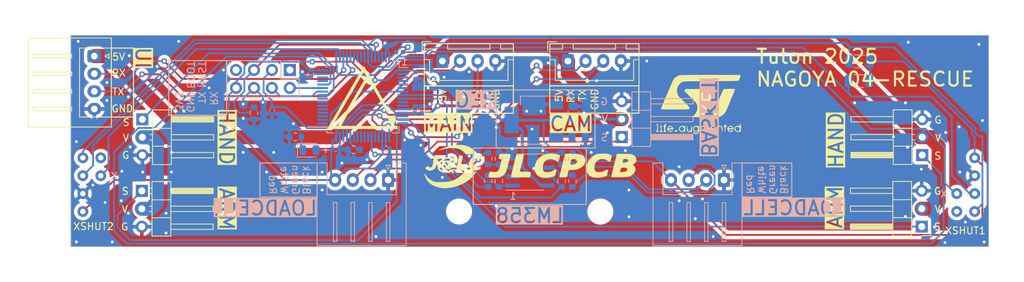
<source format=kicad_pcb>
(kicad_pcb (version 20221018) (generator pcbnew)
  (layers (0 "F.Cu" signal) (31 "B.Cu" signal) (34 "B.Paste" user) (35 "F.Paste" user) (36 "B.SilkS" user "B.Silkscreen") (37 "F.SilkS" user "F.Silkscreen") (38 "B.Mask" user) (39 "F.Mask" user) (44 "Edge.Cuts" user))
  (net 0 "")
  (net 1 "+5V")
  (net 2 "GND")
  (net 3 "+3V3")
  (net 4 "NRST")
  (net 5 "WS2812B")
  (net 6 "UART4_TX")
  (net 7 "UART4_RX")
  (net 8 "UART2_RX")
  (net 9 "UART2_TX")
  (net 10 "Net-(J3-Pin_2)")
  (net 11 "Net-(J3-Pin_3)")
  (net 13 "UART1_RX")
  (net 14 "UART1_TX")
  (net 15 "BOOT0")
  (net 17 "Net-(J5-Pin_2)")
  (net 18 "Net-(J5-Pin_3)")
  (net 19 "UART3_RX")
  (net 20 "UART3_TX")
  (net 21 "ServoBasket")
  (net 22 "ServoArmLeft")
  (net 23 "ServoArmRight")
  (net 24 "ServoHandLeft")
  (net 25 "ServoHandRight")
  (net 26 "Net-(U1B-+)")
  (net 27 "Net-(U1B--)")
  (net 28 "Net-(U1A-+)")
  (net 29 "Net-(U4-PB2)")
  (net 30 "Net-(U1A--)")
  (net 31 "LOADCEL_R")
  (net 32 "LOADCEL_L")
  (net 33 "SCL")
  (net 34 "SDA")
  (net 35 "XSHUT1")
  (net 37 "XSHUT2")
  (net 69 "Net-(D1-K)")
  (footprint "Connector_PinHeader_2.54mm:PinHeader_1x03_P2.54mm_Horizontal" (layer "F.Cu") (at 155.505 97.14 180)
    (fp_text reference "M4" hide)
    (fp_text value "ServoArmRight" hide)
  )
  (footprint "Connector_JST:JST_XH_B4B-XH-A_1x04_P2.50mm_Vertical" (layer "F.Cu") (at 87.63 73.66)
    (fp_text reference "J2" hide)
    (fp_text value "MAIN" hide)
  )
  (footprint "Connector_JST:JST_XH_B4B-XH-A_1x04_P2.50mm_Vertical" (layer "F.Cu") (at 105.41 73.66)
    (fp_text reference "J6" hide)
    (fp_text value "OpenMV" hide)
  )
  (footprint "logo:st_logo_middle" (layer "F.Cu") (at 123.9 79.8)
    (fp_text reference "G***" hide)
    (fp_text value "LOGO" hide)
  )
  (footprint "Connector_PinHeader_2.54mm:PinHeader_1x03_P2.54mm_Horizontal" (layer "F.Cu") (at 45.155 81.93)
    (fp_text reference "M5" hide)
    (fp_text value "ServoHandLeft" hide)
  )
  (footprint "logo:jlcpcb_logo_big" (layer "F.Cu") (at 100.1 88.6)
    (fp_text reference "G***" hide)
    (fp_text value "LOGO" hide)
  )
  (footprint "Connector_PinHeader_2.54mm:PinHeader_1x03_P2.54mm_Horizontal" (layer "F.Cu") (at 45.085 92.075)
    (fp_text reference "M3" hide)
    (fp_text value "ServoArmLeft" hide)
  )
  (footprint "Connector_JST:JST_XH_S4B-XH-A_1x04_P2.50mm_Horizontal" (layer "F.Cu") (at 38.354 72.958 -90)
    (fp_text reference "J1" hide)
    (fp_text value "UI")
  )
  (footprint "Connector_PinHeader_2.54mm:PinHeader_1x03_P2.54mm_Horizontal" (layer "F.Cu") (at 155.575 86.995 180)
    (fp_text reference "M6" hide)
    (fp_text value "ServoHandRight" hide)
  )
  (footprint "logo:tuton_logo" (layer "F.Cu") (at 76.3 78.8)
    (fp_text reference "G***" hide)
    (fp_text value "LOGO" hide)
  )
  (footprint "Capacitor_SMD:C_0805_2012Metric" (layer "B.Cu") (at 106.172 81.026 90)
    (fp_text reference "C2" hide)
    (fp_text value "22u" hide)
  )
  (footprint "Connector_JST:JST_XH_S4B-XH-A_1x04_P2.50mm_Horizontal" (layer "B.Cu") (at 79.95 90.53 180)
    (fp_text reference "J5" hide)
    (fp_text value "LOADCELL_L" hide)
  )
  (footprint "Resistor_SMD:R_0603_1608Metric" (layer "B.Cu") (at 104.521 90.678 90)
    (fp_text reference "R8" hide)
    (fp_text value "1M" hide)
  )
  (footprint "Package_QFP:LQFP-64_10x10mm_P0.5mm" (layer "B.Cu") (at 76.367 78.74 180)
    (fp_text reference "U4" hide)
    (fp_text value "STM32F103RCTx" hide)
  )
  (footprint "Resistor_SMD:R_0603_1608Metric" (layer "B.Cu") (at 94.107 87.503 -90)
    (fp_text reference "R3" hide)
    (fp_text value "330" hide)
  )
  (footprint "Capacitor_SMD:C_0402_1005Metric" (layer "B.Cu") (at 84.749 80.546 -90)
    (fp_text reference "C13" hide)
    (fp_text value "4.7u" hide)
  )
  (footprint "Capacitor_SMD:C_0402_1005Metric" (layer "B.Cu") (at 81.562 72.39 180)
    (fp_text reference "C11" hide)
    (fp_text value "100n" hide)
  )
  (footprint "Resistor_SMD:R_1206_3216Metric" (layer "B.Cu") (at 146.7 73.7 180)
    (fp_text reference "R12" hide)
    (fp_text value "10k" hide)
  )
  (footprint "Capacitor_SMD:C_0402_1005Metric" (layer "B.Cu") (at 83.82 75.72 90)
    (fp_text reference "C14" hide)
    (fp_text value "100n" hide)
  )
  (footprint "Resistor_SMD:R_0603_1608Metric" (layer "B.Cu") (at 75.097 86.233)
    (fp_text reference "R5" hide)
    (fp_text value "10k" hide)
  )
  (footprint "tuton:vl53l0x_vertical" (layer "B.Cu") (at 163 92.46 -90)
    (fp_text reference "U2" hide)
    (fp_text value "~")
  )
  (footprint "Resistor_SMD:R_0603_1608Metric" (layer "B.Cu") (at 106.045 87.503 -90)
    (fp_text reference "R1" hide)
    (fp_text value "330" hide)
  )
  (footprint "Resistor_SMD:R_0603_1608Metric" (layer "B.Cu") (at 66.825 84.4)
    (fp_text reference "R11" hide)
    (fp_text value "470" hide)
  )
  (footprint "Connector_JST:JST_XH_S4B-XH-A_1x04_P2.50mm_Horizontal" (layer "B.Cu") (at 127.5 90.53 180)
    (fp_text reference "J3" hide)
    (fp_text value "LOADCELL_R" hide)
  )
  (footprint "MountingHole:MountingHole_3.2mm_M3" (layer "B.Cu") (at 90 95 180)
    (fp_text reference "REF**" hide)
    (fp_text value "MountingHole_3.2mm_M3" hide)
  )
  (footprint "Resistor_SMD:R_0603_1608Metric" (layer "B.Cu") (at 94.107 90.678 -90)
    (fp_text reference "R6" hide)
    (fp_text value "330" hide)
  )
  (footprint "Connector_PinHeader_2.54mm:PinHeader_1x03_P2.54mm_Horizontal" (layer "B.Cu") (at 113.03 84.44)
    (fp_text reference "M1" hide)
    (fp_text value "ServoBasketLeft" hide)
  )
  (footprint "Capacitor_SMD:C_0402_1005Metric" (layer "B.Cu") (at 83.733 80.546 -90)
    (fp_text reference "C12" hide)
    (fp_text value "100n" hide)
  )
  (footprint "Capacitor_SMD:C_0402_1005Metric" (layer "B.Cu") (at 63.5 80.645 90)
    (fp_text reference "C15" hide)
    (fp_text value "100n" hide)
  )
  (footprint "Capacitor_SMD:C_0402_1005Metric" (layer "B.Cu") (at 72.557 86.106 180)
    (fp_text reference "C9" hide)
    (fp_text value "100n" hide)
  )
  (footprint "Resistor_SMD:R_0603_1608Metric" (layer "B.Cu") (at 106.045 90.678 -90)
    (fp_text reference "R2" hide)
    (fp_text value "330" hide)
  )
  (footprint "Capacitor_SMD:C_0402_1005Metric" (layer "B.Cu") (at 69.001 75.438 90)
    (fp_text reference "C10" hide)
    (fp_text value "100n" hide)
  )
  (footprint "Resistor_SMD:R_1206_3216Metric" (layer "B.Cu") (at 146.6 76.5)
    (fp_text reference "R13" hide)
    (fp_text value "10k" hide)
  )
  (footprint "tuton:vl53l0x_vertical" (layer "B.Cu") (at 36.73 89.92 90)
    (fp_text reference "U3" hide)
    (fp_text value "~")
  )
  (footprint "Resistor_SMD:R_0603_1608Metric" (layer "B.Cu") (at 95.631 90.678 90)
    (fp_text reference "R10" hide)
    (fp_text value "1M" hide)
  )
  (footprint "LED_SMD:LED_0805_2012Metric" (layer "B.Cu") (at 68.8 86.3)
    (fp_text reference "D1" hide)
    (fp_text value "LED_GREEN" hide)
  )
  (footprint "Resistor_SMD:R_0603_1608Metric" (layer "B.Cu") (at 95.631 87.503 90)
    (fp_text reference "R9" hide)
    (fp_text value "1M" hide)
  )
  (footprint "Package_TO_SOT_SMD:SOT-223-3_TabPin2" (layer "B.Cu") (at 100.584 82.042 180)
    (fp_text reference "U5" hide)
    (fp_text value "AMS1117-3.3" hide)
  )
  (footprint "Package_SO:SOIC-8_3.9x4.9mm_P1.27mm" (layer "B.Cu") (at 100.076 89.408)
    (fp_text reference "U1" hide)
    (fp_text value "LM358" hide)
  )
  (footprint "Connector_PinSocket_2.54mm:PinSocket_2x04_P2.54mm_Vertical" (layer "B.Cu") (at 66.04 74.93 90)
    (fp_text reference "J4" hide)
    (fp_text value "WRITER CONN" hide)
  )
  (footprint "Capacitor_SMD:C_0805_2012Metric" (layer "B.Cu") (at 106.934 84.328)
    (fp_text reference "C1" hide)
    (fp_text value "22u" hide)
  )
  (footprint "Resistor_SMD:R_0603_1608Metric" (layer "B.Cu") (at 60.96 81.054 -90)
    (fp_text reference "R4" hide)
    (fp_text value "10k" hide)
  )
  (footprint "Resistor_SMD:R_0603_1608Metric" (layer "B.Cu") (at 104.521 87.503 90)
    (fp_text reference "R7" hide)
    (fp_text value "1M" hide)
  )
  (footprint "MountingHole:MountingHole_3.2mm_M3" (layer "B.Cu") (at 110 95 180)
    (fp_text reference "REF**" hide)
    (fp_text value "MountingHole_3.2mm_M3" hide)
  )
  (footprint "Capacitor_SMD:C_0402_1005Metric" (layer "B.Cu") (at 79.669 86.106 180)
    (fp_text reference "C8" hide)
    (fp_text value "100n" hide)
  )
  (gr_rect (start 92 86) (end 108 94) (stroke (width 0.15)) (fill none) (layer "B.SilkS"))
  (gr_rect (start 48.9 73.6) (end 57.09 81.35) (stroke (width 0.15)) (fill none) (layer "B.SilkS"))
  (gr_rect (start 95.25 77.75) (end 109.25 86) (stroke (width 0.15)) (fill none) (layer "B.SilkS"))
  (gr_rect (start 130.06 88.12) (end 137.1 92.95) (stroke (width 0.15)) (fill none) (layer "B.SilkS"))
  (gr_rect (start 61.8 88.12) (end 69.89 92.95) (stroke (width 0.15)) (fill none) (layer "B.SilkS"))
  (gr_rect (start 85.07 77.1946) (end 97.68 81.07) (stroke (width 0.15)) (fill none) (layer "F.SilkS"))
  (gr_rect (start 40.764 71.818) (end 43.9 81.6) (stroke (width 0.15)) (fill none) (layer "F.SilkS"))
  (gr_rect (start 102.84 77.1746) (end 115.45 81.05) (stroke (width 0.15)) (fill none) (layer "F.SilkS"))
  (gr_rect (start 35 70) (end 165 100) (stroke (width 0.1)) (fill none) (layer "Edge.Cuts"))
  (gr_text "BASKET" (at 124.15 87.45 270) (layer "B.SilkS" knockout) (effects (font (size 2 2) (thickness 0.3)) (justify left bottom mirror)))
  (gr_text "X" (at 158.05 93.1) (layer "B.SilkS") (effects (font (size 1 1)) (justify right bottom mirror)))
  (gr_text "LM358" (at 105 96.75) (layer "B.SilkS" knockout) (effects (font (size 2 2) (thickness 0.3)) (justify left bottom mirror)))
  (gr_text "GND" (at 51.35 77.8 270) (layer "B.SilkS") (effects (font (size 1 1)) (justify right bottom mirror)))
  (gr_text "Black" (at 135.976 92.622 -90) (layer "B.SilkS") (effects (font (size 1 1)) (justify left mirror)))
  (gr_text "Black" (at 68.376 92.672 -90) (layer "B.SilkS") (effects (font (size 1 1)) (justify left mirror)))
  (gr_text "NRST" (at 52.995 73.6 -90) (layer "B.SilkS") (effects (font (size 1 1)) (justify right bottom mirror)))
  (gr_text "White" (at 132.85 92.55 -90) (layer "B.SilkS") (effects (font (size 1 1)) (justify left mirror)))
  (gr_text "X" (at 40.6 90.55) (layer "B.SilkS") (effects (font (size 1 1)) (justify right bottom mirror)))
  (gr_text "S" (at 110 85.1) (layer "B.SilkS") (effects (font (size 1 1)) (justify right bottom mirror)))
  (gr_text "Green" (at 134.45 92.65 -90) (layer "B.SilkS") (effects (font (size 1 1)) (justify left mirror)))
  (gr_text "3V3" (at 49.75 77.9 -90) (layer "B.SilkS") (effects (font (size 1 1)) (justify right bottom mirror)))
  (gr_text "Red" (at 63.6 92.65 -90) (layer "B.SilkS") (effects (font (size 1 1)) (justify left mirror)))
  (gr_text "LOADCELL" (at 144.95 95.65) (layer "B.SilkS" knockout) (effects (font (size 2 2) (thickness 0.3)) (justify left bottom mirror)))
  (gr_text "V" (at 110.1 82.45) (layer "B.SilkS") (effects (font (size 1 1)) (justify right bottom mirror)))
  (gr_text "1" (at 104.95 79.15) (layer "B.SilkS") (effects (font (size 1 1)) (justify right bottom mirror)))
  (gr_text "1" (at 81.7 74.35) (layer "B.SilkS") (effects (font (size 1 1)) (justify right bottom mirror)))
  (gr_text "REG" (at 95.5 80.4) (layer "B.SilkS" knockout) (effects (font (size 2 2) (thickness 0.3)) (justify left bottom mirror)))
  (gr_text "Red" (at 131.2 92.6 -90) (layer "B.SilkS") (effects (font (size 1 1)) (justify left mirror)))
  (gr_text "White" (at 65.25 92.6 -90) (layer "B.SilkS") (effects (font (size 1 1)) (justify left mirror)))
  (gr_text "G" (at 109.95 80) (layer "B.SilkS") (effects (font (size 1 1)) (justify right bottom mirror)))
  (gr_text "Green" (at 66.85 92.7 -90) (layer "B.SilkS") (effects (font (size 1 1)) (justify left mirror)))
  (gr_text "1" (at 97.05 93.4) (layer "B.SilkS") (effects (font (size 1 1)) (justify right bottom mirror)))
  (gr_text "TX" (at 52.95 77.9 270) (layer "B.SilkS") (effects (font (size 1 1)) (justify right bottom mirror)))
  (gr_text "RX" (at 54.65 77.9 270) (layer "B.SilkS") (effects (font (size 1 1)) (justify right bottom mirror)))
  (gr_text "LOADCELL" (at 70.1 95.7) (layer "B.SilkS" knockout) (effects (font (size 2 2) (thickness 0.3)) (justify left bottom mirror)))
  (gr_text "+" (at 71.2 87 270) (layer "B.SilkS") (effects (font (size 1 1)) (justify left mirror)))
  (gr_text "BOOT" (at 51.4 73.6 270) (layer "B.SilkS") (effects (font (size 1 1)) (justify right bottom mirror)))
  (gr_text "RX" (at 90.85 77.5 90) (layer "F.SilkS") (effects (font (size 1 1)) (justify right bottom)))
  (gr_text "GND" (at 109.8 77.45 90) (layer "F.SilkS") (effects (font (size 1 1)) (justify right bottom)))
  (gr_text "5V" (at 104.75 77.55 90) (layer "F.SilkS") (effects (font (size 1 1)) (justify right bottom)))
  (gr_text "TX" (at 93.25 77.5 90) (layer "F.SilkS") (effects (font (size 1 1)) (justify right bottom)))
  (gr_text "V" (at 158.3 95.25) (layer "F.SilkS") (effects (font (size 1 1)) (justify right bottom)))
  (gr_text "ARM" (at 55.9 91.45 270) (layer "F.SilkS" knockout) (effects (font (size 2 2) (thickness 0.3)) (justify left bottom)))
  (gr_text "G" (at 158.35 92.7) (layer "F.SilkS") (effects (font (size 1 1)) (justify right bottom)))
  (gr_text "UI" (at 44.05 71.5 270) (layer "F.SilkS" knockout) (effects (font (size 2 2) (thickness 0.3)) (justify left bottom)))
  (gr_text "S" (at 43.3 92.7) (layer "F.SilkS") (effects (font (size 1 1)) (justify right bottom)))
  (gr_text "V" (at 43.2 95.3) (layer "F.SilkS") (effects (font (size 1 1)) (justify right bottom)))
  (gr_text "5V" (at 40.8 73.65) (layer "F.SilkS") (effects (font (size 1 1)) (justify left bottom)))
  (gr_text "S" (at 158.3 97.75) (layer "F.SilkS") (effects (font (size 1 1)) (justify right bottom)))
  (gr_text "G" (at 43.25 97.75) (layer "F.SilkS") (effects (font (size 1 1)) (justify right bottom)))
  (gr_text "S" (at 158.35 87.7) (layer "F.SilkS") (effects (font (size 1 1)) (justify right bottom)))
  (gr_text "G" (at 158.4 82.6) (layer "F.SilkS") (effects (font (size 1 1)) (justify right bottom)))
  (gr_text "RX" (at 106.4 77.55 90) (layer "F.SilkS") (effects (font (size 1 1)) (justify right bottom)))
  (gr_text "S" (at 43.45 82.95) (layer "F.SilkS") (effects (font (size 1 1)) (justify right bottom)))
  (gr_text "5V" (at 88.25 77.5 90) (layer "F.SilkS") (effects (font (size 1 1)) (justify right bottom)))
  (gr_text "RX" (at 40.75 75.95) (layer "F.SilkS") (effects (font (size 1 1)) (justify left bottom)))
  (gr_text "HAND" (at 144.55 89.05 90) (layer "F.SilkS" knockout) (effects (font (size 2 2) (thickness 0.3)) (justify left bottom)))
  (gr_text "TX" (at 42.7 78.6) (layer "F.SilkS") (effects (font (size 1 1)) (justify right bottom)))
  (gr_text "V" (at 43.35 85.15) (layer "F.SilkS") (effects (font (size 1 1)) (justify right bottom)))
  (gr_text "XSHUT1" (at 164.65 98.3) (layer "F.SilkS") (effects (font (size 1 1)) (justify right bottom)))
  (gr_text "GND" (at 95.8 77.5 90) (layer "F.SilkS") (effects (font (size 1 1)) (justify right bottom)))
  (gr_text "Tuton 2025\nNAGOYA 04-RESCUE" (at 131.9 77.4) (layer "F.SilkS") (effects (font (size 2 2) (thickness 0.3)) (justify left bottom)))
  (gr_text "G" (at 43.4 87.6) (layer "F.SilkS") (effects (font (size 1 1)) (justify right bottom)))
  (gr_text "CAM" (at 102.65 83.75) (layer "F.SilkS" knockout) (effects (font (size 2 2) (thickness 0.3)) (justify left bottom)))
  (gr_text "GND" (at 43.95 81) (layer "F.SilkS") (effects (font (size 1 1)) (justify right bottom)))
  (gr_text "V" (at 158.35 85.15) (layer "F.SilkS") (effects (font (size 1 1)) (justify right bottom)))
  (gr_text "ARM" (at 144.4 97.55 90) (layer "F.SilkS" knockout) (effects (font (size 2 2) (thickness 0.3)) (justify left bottom)))
  (gr_text "XSHUT2\n" (at 41.2 97.7) (layer "F.SilkS") (effects (font (size 1 1)) (justify right bottom)))
  (gr_text "MAIN" (at 84.75 83.75) (layer "F.SilkS" knockout) (effects (font (size 2 2) (thickness 0.3)) (justify left bottom)))
  (gr_text "TX" (at 108.05 77.55 90) (layer "F.SilkS") (effects (font (size 1 1)) (justify right bottom)))
  (gr_text "HAND" (at 55.9 80.3 -90) (layer "F.SilkS" knockout) (effects (font (size 2 2) (thickness 0.3)) (justify left bottom)))
  (segment (start 103 71.485) (end 142.245862 71.485) (width 2) (layer "F.Cu") (net 1))
  (segment (start 38.354 72.958) (end 40.283 72.958) (width 2) (layer "F.Cu") (net 1))
  (segment (start 87.63 73.66) (end 87.63 72.685) (width 2) (layer "F.Cu") (net 1))
  (segment (start 51.795 84.47) (end 56 84.47) (width 2) (layer "F.Cu") (net 1))
  (segment (start 157.9 93.5) (end 156.8 94.6) (width 2) (layer "F.Cu") (net 1))
  (segment (start 87.63 73.66) (end 83.185 73.66) (width 2) (layer "F.Cu") (net 1))
  (segment (start 87.63 72.685) (end 88.83 71.485) (width 2) (layer "F.Cu") (net 1))
  (segment (start 56 84.47) (end 45.155 84.47) (width 2) (layer "F.Cu") (net 1))
  (segment (start 105.41 75.482081) (end 105.41 73.66) (width 2) (layer "F.Cu") (net 1))
  (segment (start 155.215862 84.455) (end 155.575 84.455) (width 2) (layer "F.Cu") (net 1))
  (segment (start 156.777081 84.622081) (end 157.9 85.745) (width 2) (layer "F.Cu") (net 1))
  (segment (start 83.185 73.66) (end 72.375 84.47) (width 2) (layer "F.Cu") (net 1))
  (segment (start 155.575 84.455) (end 156.777081 84.455) (width 2) (layer "F.Cu") (net 1))
  (segment (start 40.283 72.958) (end 51.795 84.47) (width 2) (layer "F.Cu") (net 1))
  (segment (start 157.9 85.745) (end 157.9 93.5) (width 2) (layer "F.Cu") (net 1))
  (segment (start 156.8 94.6) (end 155.505 94.6) (width 2) (layer "F.Cu") (net 1))
  (segment (start 142.245862 71.485) (end 155.215862 84.455) (width 2) (layer "F.Cu") (net 1))
  (segment (start 105.175 73.66) (end 103 71.485) (width 2) (layer "F.Cu") (net 1))
  (segment (start 72.375 84.47) (end 56 84.47) (width 2) (layer "F.Cu") (net 1))
  (segment (start 111.827919 81.9) (end 105.41 75.482081) (width 2) (layer "F.Cu") (net 1))
  (segment (start 88.83 71.485) (end 103 71.485) (width 2) (layer "F.Cu") (net 1))
  (segment (start 113.03 81.9) (end 111.827919 81.9) (width 2) (layer "F.Cu") (net 1))
  (segment (start 105.41 73.66) (end 105.175 73.66) (width 2) (layer "F.Cu") (net 1))
  (segment (start 156.777081 84.455) (end 156.777081 84.622081) (width 2) (layer "F.Cu") (net 1))
  (segment (start 45.155 84.47) (end 46.357081 84.47) (width 2) (layer "B.Cu") (net 1))
  (segment (start 105.984 84.328) (end 108.412 81.9) (width 0.4) (layer "B.Cu") (net 1))
  (segment (start 46.357081 84.47) (end 47.205 85.317919) (width 2) (layer "B.Cu") (net 1))
  (segment (start 108.412 81.9) (end 113.03 81.9) (width 0.4) (layer "B.Cu") (net 1))
  (segment (start 46.385 94.615) (end 45.085 94.615) (width 2) (layer "B.Cu") (net 1))
  (segment (start 103.734 84.342) (end 105.97 84.342) (width 0.4) (layer "B.Cu") (net 1))
  (segment (start 47.205 93.795) (end 46.385 94.615) (width 2) (layer "B.Cu") (net 1))
  (segment (start 47.205 85.317919) (end 47.205 93.795) (width 2) (layer "B.Cu") (net 1))
  (segment (start 105.97 84.342) (end 105.984 84.328) (width 0.4) (layer "B.Cu") (net 1))
  (via (at 85.09 71.374) (size 0.8) (drill 0.4) (layers "F.Cu" "B.Cu") (net 2))
  (via (at 121.158 88.646) (size 0.8) (drill 0.4) (layers "F.Cu" "B.Cu") (net 2))
  (via (at 59.436 81.788) (size 0.8) (drill 0.4) (layers "F.Cu" "B.Cu") (net 2))
  (via (at 50.292 70.866) (size 0.8) (drill 0.4) (layers "F.Cu" "B.Cu") (net 2))
  (via (at 91.44 84.074) (size 0.8) (drill 0.4) (layers "F.Cu" "B.Cu") (net 2))
  (via (at 91.44 75.184) (size 0.8) (drill 0.4) (layers "F.Cu" "B.Cu") (net 2))
  (via (at 100.33 83.312) (size 0.8) (drill 0.4) (layers "F.Cu" "B.Cu") (net 2))
  (via (at 114.046 95.758) (size 0.8) (drill 0.4) (layers "F.Cu" "B.Cu") (net 2))
  (via (at 49.276 89.408) (size 0.8) (drill 0.4) (layers "F.Cu" "B.Cu") (net 2))
  (via (at 56.642 74.93) (size 0.8) (drill 0.4) (layers "F.Cu" "B.Cu") (net 2))
  (via (at 35.814 85.09) (size 0.8) (drill 0.4) (layers "F.Cu" "B.Cu") (net 2))
  (via (at 153.6 71) (size 0.8) (drill 0.4) (layers "F.Cu" "B.Cu") (net 2))
  (via (at 124.46 93.218) (size 0.8) (drill 0.4) (layers "F.Cu" "B.Cu") (net 2))
  (via (at 59.436 79.756) (size 0.8) (drill 0.4) (layers "F.Cu" "B.Cu") (net 2))
  (via (at 78.232 98.552) (size 0.8) (drill 0.4) (layers "F.Cu" "B.Cu") (net 2))
  (via (at 89.916 82.804) (size 0.8) (drill 0.4) (layers "F.Cu" "B.Cu") (net 2))
  (via (at 70.612 91.948) (size 0.8) (drill 0.4) (layers "F.Cu" "B.Cu") (net 2))
  (via (at 79.502 71.12) (size 0.8) (drill 0.4) (layers "F.Cu" "B.Cu") (net 2))
  (via (at 109.474 76.454) (size 0.8) (drill 0.4) (layers "F.Cu" "B.Cu") (net 2))
  (via (at 76.962 87.63) (size 0.8) (drill 0.4) (layers "F.Cu" "B.Cu") (net 2))
  (via (at 107.696 81.026) (size 0.8) (drill 0.4) (layers "F.Cu" "B.Cu") (net 2))
  (via (at 51.054 80.772) (size 0.8) (drill 0.4) (layers "F.Cu" "B.Cu") (net 2))
  (via (at 54.61 77.47) (size 0.8) (drill 0.4) (layers "F.Cu" "B.Cu") (net 2))
  (via (at 121.158 93.472) (size 0.8) (drill 0.4) (layers "F.Cu" "B.Cu") (net 2))
  (via (at 163.6 71.3) (size 0.8) (drill 0.4) (layers "F.Cu" "B.Cu") (net 2))
  (via (at 87.884 75.946) (size 0.8) (drill 0.4) (layers "F.Cu" "B.Cu") (net 2))
  (via (at 62.738 89.408) (size 0.8) (drill 0.4) (layers "F.Cu" "B.Cu") (net 2))
  (via (at 123.444 96.012) (size 0.8) (drill 0.4) (layers "F.Cu" "B.Cu") (net 2))
  (via (at 164.1 82.1) (size 0.8) (drill 0.4) (layers "F.Cu" "B.Cu") (net 2))
  (via (at 153.5 85.9) (size 0.8) (drill 0.4) (layers "F.Cu" "B.Cu") (net 2))
  (via (at 84.582 85.598) (size 0.8) (drill 0.4) (layers "F.Cu" "B.Cu") (net 2))
  (via (at 49.276 91.948) (size 0.8) (drill 0.4) (layers "F.Cu" "B.Cu") (net 2))
  (via (at 82.296 84.836) (size 0.8) (drill 0.4) (layers "F.Cu" "B.Cu") (net 2))
  (via (at 113.538 86.36) (size 0.8) (drill 0.4) (layers "F.Cu" "B.Cu") (net 2))
  (via (at 102.616 73.914) (size 0.8) (drill 0.4) (layers "F.Cu" "B.Cu") (net 2))
  (via (at 151.5 84.4) (size 0.8) (drill 0.4) (layers "F.Cu" "B.Cu") (net 2))
  (via (at 67.818 75.184) (size 0.8) (drill 0.4) (layers "F.Cu" "B.Cu") (net 2))
  (via (at 42.164 93.472) (size 0.8) (drill 0.4) (layers "F.Cu" "B.Cu") (net 2))
  (via (at 45.212 89.408) (size 0.8) (drill 0.4) (layers "F.Cu" "B.Cu") (net 2))
  (via (at 49.276 86.614) (size 0.8) (drill 0.4) (layers "F.Cu" "B.Cu") (net 2))
  (via (at 43.434 85.852) (size 0.8) (drill 0.4) (layers "F.Cu" "B.Cu") (net 2))
  (via (at 48.514 95.25) (size 0.8) (drill 0.4) (layers "F.Cu" "B.Cu") (net 2))
  (via (at 164.338 99.314) (size 0.8) (drill 0.4) (layers "F.Cu" "B.Cu") (net 2))
  (via (at 100.584 88.9) (size 0.8) (drill 0.4) (layers "F.Cu" "B.Cu") (net 2))
  (via (at 43.18 78.74) (size 0.8) (drill 0.4) (layers "F.Cu" "B.Cu") (net 2))
  (via (at 39.878 93.726) (size 0.8) (drill 0.4) (layers "F.Cu" "B.Cu") (net 2))
  (via (at 153.2 79.6) (size 0.8) (drill 0.4) (layers "F.Cu" "B.Cu") (net 2))
  (via (at 40.132 76.708) (size 0.8) (drill 0.4) (layers "F.Cu" "B.Cu") (net 2))
  (via (at 40.132 79.248) (size 0.8) (drill 0.4) (layers "F.Cu" "B.Cu") (net 2))
  (via (at 158.9 83.8) (size 0.8) (drill 0.4) (layers "F.Cu" "B.Cu") (net 2))
  (via (at 101.854 86.36) (size 0.8) (drill 0.4) (layers "F.Cu" "B.Cu") (net 2))
  (via (at 62.23 79.502) (size 0.8) (drill 0.4) (layers "F.Cu" "B.Cu") (net 2))
  (via (at 47.244 74.422) (size 0.8) (drill 0.4) (layers "F.Cu" "B.Cu") (net 2))
  (via (at 43.3 72.9) (size 0.8) (drill 0.4) (layers "F.Cu" "B.Cu") (net 2))
  (via (at 42.25 89.3) (size 0.8) (drill 0.4) (layers "F.Cu" "B.Cu") (net 2))
  (via (at 48.514 98.044) (size 0.8) (drill 0.4) (layers "F.Cu" "B.Cu") (net 2))
  (via (at 40.894 99.314) (size 0.8) (drill 0.4) (layers "F.Cu" "B.Cu") (net 2))
  (via (at 108.712 86.614) (size 0.8) (drill 0.4) (layers "F.Cu" "B.Cu") (net 2))
  (via (at 158.8 99.4) (size 0.8) (drill 0.4) (layers "F.Cu" "B.Cu") (net 2))
  (via (at 85.852 79.756) (size 0.8) (drill 0.4) (layers "F.Cu" "B.Cu") (net 2))
  (via (at 87.63 90.17) (size 0.8) (drill 0.4) (layers "F.Cu" "B.Cu") (net 2))
  (via (at 97.536 86.106) (size 0.8) (drill 0.4) (layers "F.Cu" "B.Cu") (net 2))
  (via (at 73.406 88.138) (size 0.8) (drill 0.4) (layers "F.Cu" "B.Cu") (net 2))
  (via (at 66.548 82.55) (size 0.8) (drill 0.4) (layers "F.Cu" "B.Cu") (net 2))
  (via (at 63.754 86.614) (size 0.8) (drill 0.4) (layers "F.Cu" "B.Cu") (net 2))
  (via (at 90.678 78.74) (size 0.8) (drill 0.4) (layers "F.Cu" "B.Cu") (net 2))
  (via (at 101.6 80.772) (size 0.8) (drill 0.4) (layers "F.Cu" "B.Cu") (net 2))
  (via (at 85.598 77.47) (size 0.8) (drill 0.4) (layers "F.Cu" "B.Cu") (net 2))
  (via (at 91.44 87.122) (size 0.8) (drill 0.4) (layers "F.Cu" "B.Cu") (net 2))
  (via (at 161.7 96.5) (size 0.8) (drill 0.4) (layers "F.Cu" "B.Cu") (net 2))
  (via (at 70.612 89.408) (size 0.8) (drill 0.4) (layers "F.Cu" "B.Cu") (net 2))
  (via (at 95.25 83.058) (size 0.8) (drill 0.4) (layers "F.Cu" "B.Cu") (net 2))
  (via (at 36.068 70.866) (size 0.8) (drill 0.4) (layers "F.Cu" "B.Cu") (net 2))
  (via (at 35.814 99.314) (size 0.8) (drill 0.4) (layers "F.Cu" "B.Cu") (net 2))
  (via (at 110.998 83.82) (size 0.8) (drill 0.4) (layers "F.Cu" "B.Cu") (net 2))
  (via (at 153.2 95.7) (size 0.8) (drill 0.4) (layers "F.Cu" "B.Cu") (net 2))
  (via (at 116.586 73.66) (size 0.8) (drill 0.4) (layers "F.Cu" "B.Cu") (net 2))
  (via (at 160.8 83) (size 0.8) (drill 0.4) (layers "F.Cu" "B.Cu") (net 2))
  (via (at 99.568 80.772) (size 0.8) (drill 0.4) (layers "F.Cu" "B.Cu") (net 2))
  (via (at 155.448 89) (size 0.8) (drill 0.4) (layers "F.Cu" "B.Cu") (net 2))
  (via (at 93.98 78.232) (size 0.8) (drill 0.4) (layers "F.Cu" "B.Cu") (net 2))
  (via (at 38.15 91.25) (size 0.8) (drill 0.4) (layers "F.Cu" "B.Cu") (net 2))
  (via (at 43.18 95.25) (size 0.8) (drill 0.4) (layers "F.Cu" "B.Cu") (net 2))
  (via (at 160.9 89.4) (size 0.8) (drill 0.4) (layers "F.Cu" "B.Cu") (net 2))
  (via (at 125.984 98.552) (size 0.8) (drill 0.4) (layers "F.Cu" "B.Cu") (net 2))
  (via (at 157.3 97.2) (size 0.8) (drill 0.4) (layers "F.Cu" "B.Cu") (net 2))
  (via (at 146 79.6) (size 0.8) (drill 0.4) (layers "F.Cu" "B.Cu") (net 2))
  (via (at 59.436 86.614) (size 0.8) (drill 0.4) (layers "F.Cu" "B.Cu") (net 2))
  (via (at 114.046 91.948) (size 0.8) (drill 0.4) (layers "F.Cu" "B.Cu") (net 2))
  (via (at 95.25 94.234) (size 0.8) (drill 0.4) (layers "F.Cu" "B.Cu") (net 2))
  (segment (start 59.436 78.994) (end 60.96 77.47) (width 0.25) (layer "B.Cu") (net 2))
  (segment (start 62.23 78.74) (end 62.23 79.502) (width 0.25) (layer "B.Cu") (net 2))
  (segment (start 84.582 76.962) (end 85.09 76.962) (width 0.25) (layer "B.Cu") (net 2))
  (segment (start 80.149 86.09451) (end 80.149 86.106) (width 0.25) (layer "B.Cu") (net 2))
  (segment (start 83.6586 70.9586) (end 80.880636 70.9586) (width 0.25) (layer "B.Cu") (net 2))
  (segment (start 74.272 86.233) (end 75.669 87.63) (width 0.25) (layer "B.Cu") (net 2))
  (segment (start 69.429 75.49) (end 69.001 75.918) (width 0.25) (layer "B.Cu") (net 2))
  (segment (start 102.172 86.678) (end 101.854 86.36) (width 0.25) (layer "B.Cu") (net 2))
  (segment (start 82.042 80.49) (end 83.309 80.49) (width 0.25) (layer "B.Cu") (net 2))
  (segment (start 70.692 75.49) (end 69.429 75.49) (width 0.25) (layer "B.Cu") (net 2))
  (segment (start 83.82 76.2) (end 84.582 76.962) (width 0.25) (layer "B.Cu") (net 2))
  (segment (start 75.669 87.63) (end 76.962 87.63) (width 0.25) (layer "B.Cu") (net 2))
  (segment (start 95.631 86.678) (end 96.776 86.678) (width 0.25) (layer "B.Cu") (net 2))
  (segment (start 84.074 71.374) (end 83.6586 70.9586) (width 0.25) (layer "B.Cu") (net 2))
  (segment (start 82.042 72.39) (end 82.0606 72.4086) (width 0.25) (layer "B.Cu") (net 2))
  (segment (start 73.117 84.415) (end 73.117 86.026) (width 0.25) (layer "B.Cu") (net 2))
  (segment (start 104.521 86.678) (end 102.172 86.678) (width 0.25) (layer "B.Cu") (net 2))
  (segment (start 73.117 86.026) (end 73.037 86.106) (width 0.25) (layer "B.Cu") (net 2))
  (segment (start 84.749 80.066) (end 83.733 80.066) (width 0.25) (layer "B.Cu") (net 2))
  (segment (start 96.776 86.678) (end 97.601 87.503) (width 0.25) (layer "B.Cu") (net 2))
  (segment (start 79.617 71.235) (end 79.502 71.12) (width 0.25) (layer "B.Cu") (net 2))
  (segment (start 79.617 73.065) (end 79.617 71.235) (width 0.25) (layer "B.Cu") (net 2))
  (segment (start 59.436 79.756) (end 59.436 78.994) (width 0.25) (layer "B.Cu") (net 2))
  (segment (start 85.09 76.962) (end 85.598 77.47) (width 0.25) (layer "B.Cu") (net 2))
  (segment (start 84.074 72.136) (end 84.074 71.374) (width 0.25) (layer "B.Cu") (net 2))
  (segment (start 60.96 77.47) (end 62.23 78.74) (width 0.25) (layer "B.Cu") (net 2))
  (segment (start 83.309 80.49) (end 83.733 80.066) (width 0.25) (layer "B.Cu") (net 2))
  (segment (start 79.617 85.56251) (end 80.149 86.09451) (width 0.25) (layer "B.Cu") (net 2))
  (segment (start 79.617 72.222236) (end 79.617 73.065) (width 0.25) (layer "B.Cu") (net 2))
  (segment (start 79.617 84.415) (end 79.617 85.56251) (width 0.25) (layer "B.Cu") (net 2))
  (segment (start 82.0606 72.4086) (end 83.8014 72.4086) (width 0.25) (layer "B.Cu") (net 2))
  (segment (start 83.8014 72.4086) (end 84.074 72.136) (width 0.25) (layer "B.Cu") (net 2))
  (segment (start 80.880636 70.9586) (end 79.617 72.222236) (width 0.25) (layer "B.Cu") (net 2))
  (segment (start 80.772 73.649129) (end 80.274871 73.649129) (width 0.25) (layer "F.Cu") (net 3))
  (segment (start 36.73 95) (end 41.2 90.53) (width 0.25) (layer "F.Cu") (net 3))
  (segment (start 163 87.38) (end 164.087 88.467) (width 0.25) (layer "F.Cu") (net 3))
  (segment (start 127.785 98.315) (end 120 90.53) (width 0.25) (layer "F.Cu") (net 3))
  (segment (start 164.087 88.467) (end 164.087 96.263) (width 0.25) (layer "F.Cu") (net 3))
  (segment (start 82.738029 71.6831) (end 80.772 73.649129) (width 0.25) (layer "F.Cu") (net 3))
  (segment (start 78.105 75.819) (end 78.105 76.3795) (width 0.25) (layer "F.Cu") (net 3))
  (segment (start 77.404805 76.3795) (end 74.774805 73.7495) (width 0.25) (layer "F.Cu") (net 3))
  (segment (start 74.774805 73.7495) (end 69.215 73.7495) (width 0.25) (layer "F.Cu") (net 3))
  (segment (start 86.995 76.835) (end 86.995 80.01) (width 0.25) (layer "F.Cu") (net 3))
  (segment (start 86.36 76.2) (end 86.995 76.835) (width 0.25) (layer "F.Cu") (net 3))
  (segment (start 78.105 76.3795) (end 77.404805 76.3795) (width 0.25) (layer "F.Cu") (net 3))
  (segment (start 164.087 96.263) (end 162.035 98.315) (width 0.25) (layer "F.Cu") (net 3))
  (segment (start 162.035 98.315) (end 127.785 98.315) (width 0.25) (layer "F.Cu") (net 3))
  (segment (start 93.98 80.01) (end 86.995 80.01) (width 0.4) (layer "F.Cu") (net 3))
  (segment (start 80.274871 73.649129) (end 78.105 75.819) (width 0.25) (layer "F.Cu") (net 3))
  (segment (start 41.2 90.53) (end 72.45 90.53) (width 0.25) (layer "F.Cu") (net 3))
  (via (at 86.36 76.2) (size 0.8) (drill 0.4) (layers "F.Cu" "B.Cu") (net 3))
  (via (at 82.738029 71.6831) (size 0.8) (drill 0.4) (layers "F.Cu" "B.Cu") (net 3))
  (via (at 93.98 80.01) (size 0.8) (drill 0.4) (layers "F.Cu" "B.Cu") (net 3))
  (via (at 78.105 76.3795) (size 0.8) (drill 0.4) (layers "F.Cu" "B.Cu") (net 3))
  (via (at 86.995 80.01) (size 0.8) (drill 0.4) (layers "F.Cu" "B.Cu") (net 3))
  (via (at 69.215 73.7495) (size 0.8) (drill 0.4) (layers "F.Cu" "B.Cu") (net 3))
  (segment (start 106.543004 85.953) (end 102.945 85.953) (width 0.25) (layer "B.Cu") (net 3))
  (segment (start 80.407 73.065) (end 80.117 73.065) (width 0.25) (layer "B.Cu") (net 3))
  (segment (start 108.474004 87.884) (end 106.543004 85.953) (width 0.25) (layer "B.Cu") (net 3))
  (segment (start 102 82.042) (end 97.434 82.042) (width 0.4) (layer "B.Cu") (net 3))
  (segment (start 102 85.008) (end 102 82.042) (width 0.25) (layer "B.Cu") (net 3))
  (segment (start 72.077 84.955) (end 72.077 86.106) (width 0.25) (layer "B.Cu") (net 3))
  (segment (start 79.809736 76.3795) (end 78.105 76.3795) (width 0.25) (layer "B.Cu") (net 3))
  (segment (start 97.434 82.042) (end 96.012 82.042) (width 0.4) (layer "B.Cu") (net 3))
  (segment (start 68.691001 74.958) (end 67.488001 73.755) (width 0.25) (layer "B.Cu") (net 3))
  (segment (start 79.502 82.042) (end 80.01084 82.042) (width 0.25) (layer "B.Cu") (net 3))
  (segment (start 81.199236 74.99) (end 79.809736 76.3795) (width 0.25) (layer "B.Cu") (net 3))
  (segment (start 83.82 75.24) (end 83.57 74.99) (width 0.25) (layer "B.Cu") (net 3))
  (segment (start 57.404 78.486) (end 57.404 82.55) (width 0.25) (layer "B.Cu") (net 3))
  (segment (start 120 90.53) (end 117.354 87.884) (width 0.25) (layer "B.Cu") (net 3))
  (segment (start 80.01084 82.042) (end 81.06284 80.99) (width 0.25) (layer "B.Cu") (net 3))
  (segment (start 152.963604 73.7) (end 148.1625 73.7) (width 0.25) (layer "B.Cu") (net 3))
  (segment (start 69.001 74.958) (end 68.691001 74.958) (width 0.25) (layer "B.Cu") (net 3))
  (segment (start 163 87.38) (end 163 84.397701) (width 0.25) (layer "B.Cu") (net 3))
  (segment (start 72.617 84.415) (end 72.617 83.572236) (width 0.25) (layer "B.Cu") (net 3))
  (segment (start 86.995 80.01) (end 85.979 81.026) (width 0.4) (layer "B.Cu") (net 3))
  (segment (start 81.437 72.02351) (end 81.437 72.035) (width 0.25) (layer "B.Cu") (net 3))
  (segment (start 59.595 74.39) (end 59.595 75.416701) (width 0.25) (layer "B.Cu") (net 3))
  (segment (start 84.455 81.026) (end 83.733 81.026) (width 0.25) (layer "B.Cu") (net 3))
  (segment (start 72.45 90.53) (end 71.882 89.962) (width 0.25) (layer "B.Cu") (net 3))
  (segment (start 65.384 90.53) (end 72.45 90.53) (width 0.25) (layer "B.Cu") (net 3))
  (segment (start 79.117 82.427) (end 79.502 82.042) (width 0.25) (layer "B.Cu") (net 3))
  (segment (start 70.692 74.99) (end 69.033 74.99) (width 0.25) (layer "B.Cu") (net 3))
  (segment (start 86.36 76.2) (end 85.852 76.2) (width 0.25) (layer "B.Cu") (net 3))
  (segment (start 60.23 73.755) (end 59.595 74.39) (width 0.25) (layer "B.Cu") (net 3))
  (segment (start 81.77691 71.6836) (end 81.437 72.02351) (width 0.25) (layer "B.Cu") (net 3))
  (segment (start 163 84.397701) (end 162.655 84.052701) (width 0.25) (layer "B.Cu") (net 3))
  (segment (start 72.617 83.572236) (end 76.269236 79.92) (width 0.25) (layer "B.Cu") (net 3))
  (segment (start 148.1625 76.4) (end 148.0625 76.5) (width 0.25) (layer "B.Cu") (net 3))
  (segment (start 71.882 86.301) (end 72.077 86.106) (width 0.25) (layer "B.Cu") (net 3))
  (segment (start 102.551 91.313) (end 101.576001 91.313) (width 0.4) (layer "B.Cu") (net 3))
  (segment (start 98.976 83.584) (end 97.434 82.042) (width 0.4) (layer "B.Cu") (net 3))
  (segment (start 58.42 77.47) (end 57.404 78.486) (width 0.25) (layer "B.Cu") (net 3))
  (segment (start 85.852 76.2) (end 84.892 75.24) (width 0.25) (layer "B.Cu") (net 3))
  (segment (start 98.976 88.712999) (end 98.976 83.584) (width 0.4) (layer "B.Cu") (net 3))
  (segment (start 79.117 86.034) (end 79.189 86.106) (width 0.25) (layer "B.Cu") (net 3))
  (segment (start 148.1625 73.7) (end 148.1625 76.4) (width 0.25) (layer "B.Cu") (net 3))
  (segment (start 71.882 89.962) (end 71.882 86.301) (width 0.25) (layer "B.Cu") (net 3))
  (segment (start 82.286292 71.6836) (end 81.77691 71.6836) (width 0.25) (layer "B.Cu") (net 3))
  (segment (start 66.675 73.755) (end 60.23 73.755) (width 0.25) (layer "B.Cu") (net 3))
  (segment (start 57.404 82.55) (end 65.384 90.53) (width 0.25) (layer "B.Cu") (net 3))
  (segment (start 106.172 81.976) (end 103.8 81.976) (width 0.4) (layer "B.Cu") (net 3))
  (segment (start 79.189 86.106) (end 79.189 86.846805) (width 0.25) (layer "B.Cu") (net 3))
  (segment (start 79.92 79.92) (end 80.99 80.99) (width 0.25) (layer "B.Cu") (net 3))
  (segment (start 81.77741 71.6831) (end 81.77691 71.6836) (width 0.25) (layer "B.Cu") (net 3))
  (segment (start 162.655 83.391396) (end 152.963604 73.7) (width 0.25) (layer "B.Cu") (net 3))
  (segment (start 72.617 84.415) (end 72.077 84.955) (width 0.25) (layer "B.Cu") (net 3))
  (segment (start 69.215 73.7495) (end 66.6805 73.7495) (width 0.25) (layer "B.Cu") (net 3))
  (segment (start 69.033 74.99) (end 69.001 74.958) (width 0.25) (layer "B.Cu") (net 3))
  (segment (start 102.945 85.953) (end 102 85.008) (width 0.25) (layer "B.Cu") (net 3))
  (segment (start 84.892 75.24) (end 83.82 75.24) (width 0.25) (layer "B.Cu") (net 3))
  (segment (start 79.117 84.415) (end 79.117 82.427) (width 0.25) (layer "B.Cu") (net 3))
  (segment (start 59.595 75.416701) (end 58.42 76.591701) (width 0.25) (layer "B.Cu") (net 3))
  (segment (start 81.437 72.035) (end 80.407 73.065) (width 0.25) (layer "B.Cu") (net 3))
  (segment (start 74.08 88.9) (end 72.45 90.53) (width 0.25) (layer "B.Cu") (net 3))
  (segment (start 69.7375 86.3) (end 71.883 86.3) (width 0.25) (layer "B.Cu") (net 3))
  (segment (start 82.042 74.99) (end 81.199236 74.99) (width 0.25) (layer "B.Cu") (net 3))
  (segment (start 83.697 80.99) (end 83.733 81.026) (width 0.25) (layer "B.Cu") (net 3))
  (segment (start 67.488001 73.755) (end 66.675 73.755) (width 0.25) (layer "B.Cu") (net 3))
  (segment (start 77.135805 88.9) (end 74.08 88.9) (width 0.25) (layer "B.Cu") (net 3))
  (segment (start 71.883 86.3) (end 72.077 86.106) (width 0.25) (layer "B.Cu") (net 3))
  (segment (start 162.655 84.052701) (end 162.655 83.391396) (width 0.25) (layer "B.Cu") (net 3))
  (segment (start 82.738029 71.6831) (end 81.77741 71.6831) (width 0.25) (layer "B.Cu") (net 3))
  (segment (start 103.8 81.976) (end 103.734 82.042) (width 0.4) (layer "B.Cu") (net 3))
  (segment (start 58.42 76.591701) (end 58.42 77.47) (width 0.25) (layer "B.Cu") (net 3))
  (segment (start 96.012 82.042) (end 93.98 80.01) (width 0.4) (layer "B.Cu") (net 3))
  (segment (start 79.117 84.415) (end 79.117 86.034) (width 0.25) (layer "B.Cu") (net 3))
  (segment (start 66.6805 73.7495) (end 66.675 73.755) (width 0.25) (layer "B.Cu") (net 3))
  (segment (start 101.576001 91.313) (end 98.976 88.712999) (width 0.4) (layer "B.Cu") (net 3))
  (segment (start 85.979 81.026) (end 84.455 81.026) (width 0.4) (layer "B.Cu") (net 3))
  (segment (start 82.042 80.99) (end 83.697 80.99) (width 0.25) (layer "B.Cu") (net 3))
  (segment (start 103.734 82.042) (end 102 82.042) (width 0.4) (layer "B.Cu") (net 3))
  (segment (start 76.269236 79.92) (end 79.92 79.92) (width 0.25) (layer "B.Cu") (net 3))
  (segment (start 83.57 74.99) (end 82.042 74.99) (width 0.25) (layer "B.Cu") (net 3))
  (segment (start 80.99 80.99) (end 82.042 80.99) (width 0.25) (layer "B.Cu") (net 3))
  (segment (start 117.354 87.884) (end 108.474004 87.884) (width 0.25) (layer "B.Cu") (net 3))
  (segment (start 81.06284 80.99) (end 82.042 80.99) (width 0.25) (layer "B.Cu") (net 3))
  (segment (start 84.749 81.026) (end 84.455 81.026) (width 0.25) (layer "B.Cu") (net 3))
  (segment (start 79.189 86.846805) (end 77.135805 88.9) (width 0.25) (layer "B.Cu") (net 3))
  (segment (start 71.339764 83.185) (end 68.480999 83.185) (width 0.25) (layer "B.Cu") (net 4))
  (segment (start 71.792 81.243) (end 71.792 82.732764) (width 0.25) (layer "B.Cu") (net 4))
  (segment (start 68.480999 83.185) (end 65.460999 80.165) (width 0.25) (layer "B.Cu") (net 4))
  (segment (start 63.5 79.248) (end 62.325 78.073) (width 0.25) (layer "B.Cu") (net 4))
  (segment (start 82.042 77.99) (end 75.045 77.99) (width 0.25) (layer "B.Cu") (net 4))
  (segment (start 65.460999 80.165) (end 63.5 80.165) (width 0.25) (layer "B.Cu") (net 4))
  (segment (start 62.325 76.105) (end 63.5 74.93) (width 0.25) (layer "B.Cu") (net 4))
  (segment (start 75.045 77.99) (end 71.792 81.243) (width 0.25) (layer "B.Cu") (net 4))
  (segment (start 63.5 80.165) (end 63.5 79.248) (width 0.25) (layer "B.Cu") (net 4))
  (segment (start 71.792 82.732764) (end 71.339764 83.185) (width 0.25) (layer "B.Cu") (net 4))
  (segment (start 62.325 78.073) (end 62.325 76.105) (width 0.25) (layer "B.Cu") (net 4))
  (segment (start 50.8 76.2) (end 72.39 76.2) (width 0.25) (layer "F.Cu") (net 6))
  (segment (start 48.26 73.66) (end 50.8 76.2) (width 0.25) (layer "F.Cu") (net 6))
  (segment (start 72.39 76.2) (end 73.66 74.93) (width 0.25) (layer "F.Cu") (net 6))
  (via (at 73.66 74.93) (size 0.8) (drill 0.4) (layers "F.Cu" "B.Cu") (net 6))
  (via (at 48.26 73.66) (size 0.8) (drill 0.4) (layers "F.Cu" "B.Cu") (net 6))
  (segment (start 73.66 74.93) (end 73.617 74.887) (width 0.25) (layer "B.Cu") (net 6))
  (segment (start 44.45 73.66) (end 48.26 73.66) (width 0.25) (layer "B.Cu") (net 6))
  (segment (start 38.354 75.458) (end 42.652 75.458) (width 0.25) (layer "B.Cu") (net 6))
  (segment (start 42.652 75.458) (end 44.45 73.66) (width 0.25) (layer "B.Cu") (net 6))
  (segment (start 73.617 74.887) (end 73.617 73.065) (width 0.25) (layer "B.Cu") (net 6))
  (segment (start 71.215 78.645) (end 74.93 74.93) (width 0.25) (layer "F.Cu") (net 7))
  (segment (start 45.118518 75.531482) (end 47.591482 75.531482) (width 0.25) (layer "F.Cu") (net 7))
  (segment (start 47.591482 75.531482) (end 50.705 78.645) (width 0.25) (layer "F.Cu") (net 7))
  (segment (start 50.705 78.645) (end 71.215 78.645) (width 0.25) (layer "F.Cu") (net 7))
  (via (at 45.118518 75.531482) (size 0.8) (drill 0.4) (layers "F.Cu" "B.Cu") (net 7))
  (via (at 74.93 74.93) (size 0.8) (drill 0.4) (layers "F.Cu" "B.Cu") (net 7))
  (segment (start 42.692 77.958) (end 38.354 77.958) (width 0.25) (layer "B.Cu") (net 7))
  (segment (start 74.117 74.117) (end 74.93 74.93) (width 0.25) (layer "B.Cu") (net 7))
  (segment (start 45.118518 75.531482) (end 42.692 77.958) (width 0.25) (layer "B.Cu") (net 7))
  (segment (start 74.117 73.065) (end 74.117 74.117) (width 0.25) (layer "B.Cu") (net 7))
  (segment (start 84.009695 74.985) (end 88.805 74.985) (width 0.25) (layer "F.Cu") (net 8))
  (segment (start 77.724 82.042) (end 77.724 81.270695) (width 0.25) (layer "F.Cu") (net 8))
  (segment (start 78.534996 82.852996) (end 77.724 82.042) (width 0.25) (layer "F.Cu") (net 8))
  (segment (start 88.805 74.985) (end 90.13 73.66) (width 0.25) (layer "F.Cu") (net 8))
  (segment (start 77.724 81.270695) (end 84.009695 74.985) (width 0.25) (layer "F.Cu") (net 8))
  (segment (start 79.961004 82.852996) (end 78.534996 82.852996) (width 0.25) (layer "F.Cu") (net 8))
  (via (at 79.961004 82.852996) (size 0.8) (drill 0.4) (layers "F.Cu" "B.Cu") (net 8))
  (segment (start 79.961004 82.852996) (end 80.117 83.008992) (width 0.25) (layer "B.Cu") (net 8))
  (segment (start 80.117 83.008992) (end 80.117 84.415) (width 0.25) (layer "B.Cu") (net 8))
  (segment (start 89.622236 84.455) (end 83.82 84.455) (width 0.25) (layer "F.Cu") (net 9))
  (segment (start 83.82 84.455) (end 83.185 83.82) (width 0.25) (layer "F.Cu") (net 9))
  (segment (start 89.711736 84.3655) (end 89.622236 84.455) (width 0.25) (layer "F.Cu") (net 9))
  (via (at 89.711736 84.3655) (size 0.8) (drill 0.4) (layers "F.Cu" "B.Cu") (net 9))
  (via (at 83.185 83.82) (size 0.8) (drill 0.4) (layers "F.Cu" "B.Cu") (net 9))
  (segment (start 92.63 80.725) (end 92.63 73.66) (width 0.25) (layer "B.Cu") (net 9))
  (segment (start 83.185 83.82) (end 83.185 83.633) (width 0.25) (layer "B.Cu") (net 9))
  (segment (start 91.44 81.915) (end 92.63 80.725) (width 0.25) (layer "B.Cu") (net 9))
  (segment (start 83.185 83.633) (end 82.042 82.49) (width 0.25) (layer "B.Cu") (net 9))
  (segment (start 91.44 82.637236) (end 91.44 81.915) (width 0.25) (layer "B.Cu") (net 9))
  (segment (start 89.711736 84.3655) (end 91.44 82.637236) (width 0.25) (layer "B.Cu") (net 9))
  (segment (start 106.045 86.678) (end 108.013 88.646) (width 0.25) (layer "B.Cu") (net 10))
  (segment (start 123.7 91.83) (end 125 90.53) (width 0.25) (layer "B.Cu") (net 10))
  (segment (start 113.646 88.646) (end 116.83 91.83) (width 0.25) (layer "B.Cu") (net 10))
  (segment (start 116.83 91.83) (end 123.7 91.83) (width 0.25) (layer "B.Cu") (net 10))
  (segment (start 108.013 88.646) (end 113.646 88.646) (width 0.25) (layer "B.Cu") (net 10))
  (segment (start 106.045 91.503) (end 107.632 89.916) (width 0.25) (layer "B.Cu") (net 11))
  (segment (start 107.632 89.916) (end 114.279604 89.916) (width 0.25) (layer "B.Cu") (net 11))
  (segment (start 125.036701 92.28) (end 126.175 91.141701) (width 0.25) (layer "B.Cu") (net 11))
  (segment (start 126.175 91.141701) (end 126.175 89.918299) (width 0.25) (layer "B.Cu") (net 11))
  (segment (start 124.03 89) (end 122.5 90.53) (width 0.25) (layer "B.Cu") (net 11))
  (segment (start 125.256701 89) (end 124.03 89) (width 0.25) (layer "B.Cu") (net 11))
  (segment (start 126.175 89.918299) (end 125.256701 89) (width 0.25) (layer "B.Cu") (net 11))
  (segment (start 116.643604 92.28) (end 125.036701 92.28) (width 0.25) (layer "B.Cu") (net 11))
  (segment (start 114.279604 89.916) (end 116.643604 92.28) (width 0.25) (layer "B.Cu") (net 11))
  (segment (start 70.692 77.49) (end 66.06 77.49) (width 0.25) (layer "B.Cu") (net 13))
  (segment (start 66.06 77.49) (end 66.04 77.47) (width 0.25) (layer "B.Cu") (net 13))
  (segment (start 69.194236 78.645) (end 64.675 78.645) (width 0.25) (layer "B.Cu") (net 14))
  (segment (start 64.675 78.645) (end 63.5 77.47) (width 0.25) (layer "B.Cu") (net 14))
  (segment (start 70.692 77.99) (end 69.849236 77.99) (width 0.25) (layer "B.Cu") (net 14))
  (segment (start 69.849236 77.99) (end 69.194236 78.645) (width 0.25) (layer "B.Cu") (net 14))
  (segment (start 78.255049 71.359549) (end 64.530451 71.359549) (width 0.25) (layer "F.Cu") (net 15))
  (segment (start 64.530451 71.359549) (end 60.96 74.93) (width 0.25) (layer "F.Cu") (net 15))
  (via (at 78.255049 71.359549) (size 0.8) (drill 0.4) (layers "F.Cu" "B.Cu") (net 15))
  (segment (start 58.166 80.264) (end 58.166 79.385701) (width 0.25) (layer "B.Cu") (net 15))
  (segment (start 60.163 81.026) (end 58.928 81.026) (width 0.25) (layer "B.Cu") (net 15))
  (segment (start 59.595 77.956701) (end 59.595 76.295) (width 0.25) (layer "B.Cu") (net 15))
  (segment (start 58.166 79.385701) (end 59.595 77.956701) (width 0.25) (layer "B.Cu") (net 15))
  (segment (start 60.96 80.229) (end 60.163 81.026) (width 0.25) (layer "B.Cu") (net 15))
  (segment (start 78.117 71.497598) (end 78.255049 71.359549) (width 0.25) (layer "B.Cu") (net 15))
  (segment (start 59.595 76.295) (end 60.96 74.93) (width 0.25) (layer "B.Cu") (net 15))
  (segment (start 78.117 73.065) (end 78.117 71.497598) (width 0.25) (layer "B.Cu") (net 15))
  (segment (start 58.928 81.026) (end 58.166 80.264) (width 0.25) (layer "B.Cu") (net 15))
  (segment (start 79.08 88.9) (end 77.45 90.53) (width 0.25) (layer "F.Cu") (net 17))
  (segment (start 92.71 87.63) (end 91.44 88.9) (width 0.25) (layer "F.Cu") (net 17))
  (segment (start 91.44 88.9) (end 79.08 88.9) (width 0.25) (layer "F.Cu") (net 17))
  (via (at 92.71 87.63) (size 0.8) (drill 0.4) (layers "F.Cu" "B.Cu") (net 17))
  (segment (start 92.71 87.63) (end 93.662 86.678) (width 0.25) (layer "B.Cu") (net 17))
  (segment (start 93.662 86.678) (end 94.107 86.678) (width 0.25) (layer "B.Cu") (net 17))
  (segment (start 78.105 88.9) (end 76.58 88.9) (width 0.25) (layer "F.Cu") (net 18))
  (segment (start 88.9 87.63) (end 79.375 87.63) (width 0.25) (layer "F.Cu") (net 18))
  (segment (start 79.375 87.63) (end 78.105 88.9) (width 0.25) (layer "F.Cu") (net 18))
  (segment (start 76.58 88.9) (end 74.95 90.53) (width 0.25) (layer "F.Cu") (net 18))
  (via (at 88.9 87.63) (size 0.8) (drill 0.4) (layers "F.Cu" "B.Cu") (net 18))
  (segment (start 92.773 91.503) (end 94.107 91.503) (width 0.25) (layer "B.Cu") (net 18))
  (segment (start 88.9 87.63) (end 92.773 91.503) (width 0.25) (layer "B.Cu") (net 18))
  (segment (start 79.375 80.645) (end 80.01 81.28) (width 0.25) (layer "F.Cu") (net 19))
  (segment (start 80.01 81.28) (end 93.98 81.28) (width 0.25) (layer "F.Cu") (net 19))
  (segment (start 93.98 81.28) (end 100.965 74.295) (width 0.25) (layer "F.Cu") (net 19))
  (via (at 79.375 80.645) (size 0.8) (drill 0.4) (layers "F.Cu" "B.Cu") (net 19))
  (via (at 100.965 74.295) (size 0.8) (drill 0.4) (layers "F.Cu" "B.Cu") (net 19))
  (segment (start 76.2 80.645) (end 79.375 80.645) (width 0.25) (layer "B.Cu") (net 19))
  (segment (start 73.617 83.228) (end 76.2 80.645) (width 0.25) (layer "B.Cu") (net 19))
  (segment (start 73.617 84.415) (end 73.617 83.228) (width 0.25) (layer "B.Cu") (net 19))
  (segment (start 100.965 74.295) (end 101.63 74.96) (width 0.25) (layer "B.Cu") (net 19))
  (segment (start 106.61 74.96) (end 107.91 73.66) (width 0.25) (layer "B.Cu") (net 19))
  (segment (start 101.63 74.96) (end 106.61 74.96) (width 0.25) (layer "B.Cu") (net 19))
  (segment (start 95.25 81.915) (end 100.965 76.2) (width 0.25) (layer "F.Cu") (net 20))
  (segment (start 78.739109 81.416134) (end 79.237975 81.915) (width 0.25) (layer "F.Cu") (net 20))
  (segment (start 79.237975 81.915) (end 95.25 81.915) (width 0.25) (layer "F.Cu") (net 20))
  (via (at 78.739109 81.416134) (size 0.8) (drill 0.4) (layers "F.Cu" "B.Cu") (net 20))
  (via (at 100.965 76.2) (size 0.8) (drill 0.4) (layers "F.Cu" "B.Cu") (net 20))
  (segment (start 110.41 73.66) (end 107.87 76.2) (width 0.25) (layer "B.Cu") (net 20))
  (segment (start 74.117 83.522236) (end 74.117 84.415) (width 0.25) (layer "B.Cu") (net 20))
  (segment (start 76.359236 81.28) (end 74.117 83.522236) (width 0.25) (layer "B.Cu") (net 20))
  (segment (start 78.602975 81.28) (end 76.359236 81.28) (width 0.25) (layer "B.Cu") (net 20))
  (segment (start 107.87 76.2) (end 100.965 76.2) (width 0.25) (layer "B.Cu") (net 20))
  (segment (start 78.739109 81.416134) (end 78.602975 81.28) (width 0.25) (layer "B.Cu") (net 20))
  (segment (start 86.95025 85.09) (end 85.13475 86.9055) (width 0.25) (layer "F.Cu") (net 21))
  (segment (start 112.38 85.09) (end 86.95025 85.09) (width 0.25) (layer "F.Cu") (net 21))
  (segment (start 85.13475 86.9055) (end 78.105 86.9055) (width 0.25) (layer "F.Cu") (net 21))
  (segment (start 113.03 84.44) (end 112.38 85.09) (width 0.25) (layer "F.Cu") (net 21))
  (via (at 78.105 86.9055) (size 0.8) (drill 0.4) (layers "F.Cu" "B.Cu") (net 21))
  (segment (start 78.105 86.9055) (end 77.617 86.4175) (width 0.25) (layer "B.Cu") (net 21))
  (segment (start 77.617 86.4175) (end 77.617 84.415) (width 0.25) (layer "B.Cu") (net 21))
  (segment (start 80.942 82.732764) (end 80.942 81.747236) (width 0.25) (layer "B.Cu") (net 22))
  (segment (start 75.692 99.06) (end 81.174236 93.577764) (width 0.25) (layer "B.Cu") (net 22))
  (segment (start 41.656 97.282) (end 43.434 99.06) (width 0.25) (layer "B.Cu") (net 22))
  (segment (start 80.942 81.747236) (end 81.199236 81.49) (width 0.25) (layer "B.Cu") (net 22))
  (segment (start 81.174236 93.577764) (end 81.174236 82.965) (width 0.25) (layer "B.Cu") (net 22))
  (segment (start 81.174236 82.965) (end 80.942 82.732764) (width 0.25) (layer "B.Cu") (net 22))
  (segment (start 81.199236 81.49) (end 82.042 81.49) (width 0.25) (layer "B.Cu") (net 22))
  (segment (start 43.434 99.06) (end 75.692 99.06) (width 0.25) (layer "B.Cu") (net 22))
  (segment (start 41.656 95.504) (end 41.656 97.282) (width 0.25) (layer "B.Cu") (net 22))
  (segment (start 45.085 92.075) (end 41.656 95.504) (width 0.25) (layer "B.Cu") (net 22))
  (segment (start 85.725 86.361396) (end 96.503604 97.14) (width 0.25) (layer "B.Cu") (net 23))
  (segment (start 82.884764 81.99) (end 85.725 84.830236) (width 0.25) (layer "B.Cu") (net 23))
  (segment (start 82.042 81.99) (end 82.884764 81.99) (width 0.25) (layer "B.Cu") (net 23))
  (segment (start 85.725 84.830236) (end 85.725 86.361396) (width 0.25) (layer "B.Cu") (net 23))
  (segment (start 96.503604 97.14) (end 155.505 97.14) (width 0.25) (layer "B.Cu") (net 23))
  (segment (start 70.25616 72.575) (end 54.51 72.575) (width 0.25) (layer "B.Cu") (net 24))
  (segment (start 72.242 77.782764) (end 72.242 74.56084) (width 0.25) (layer "B.Cu") (net 24))
  (segment (start 70.692 78.49) (end 71.534764 78.49) (width 0.25) (layer "B.Cu") (net 24))
  (segment (start 54.51 72.575) (end 45.155 81.93) (width 0.25) (layer "B.Cu") (net 24))
  (segment (start 71.534764 78.49) (end 72.242 77.782764) (width 0.25) (layer "B.Cu") (net 24))
  (segment (start 72.242 74.56084) (end 70.25616 72.575) (width 0.25) (layer "B.Cu") (net 24))
  (segment (start 46.905914 83.145) (end 57.025914 73.025) (width 0.25) (layer "B.Cu") (net 25))
  (segment (start 71.792 76.732764) (end 71.534764 76.99) (width 0.25) (layer "B.Cu") (net 25))
  (segment (start 41.148 97.79) (end 41.148 86.603167) (width 0.25) (layer "B.Cu") (net 25))
  (segment (start 70.069764 73.025) (end 71.792 74.747236) (width 0.25) (layer "B.Cu") (net 25))
  (segment (start 158.6 97.8) (end 156.832 99.568) (width 0.25) (layer "B.Cu") (net 25))
  (segment (start 41.148 86.603167) (end 44.606167 83.145) (width 0.25) (layer "B.Cu") (net 25))
  (segment (start 71.792 74.747236) (end 71.792 76.732764) (width 0.25) (layer "B.Cu") (net 25))
  (segment (start 155.575 86.995) (end 158.3 89.72) (width 0.25) (layer "B.Cu") (net 25))
  (segment (start 158.3 91.118396) (end 158.6 91.418396) (width 0.25) (layer "B.Cu") (net 25))
  (segment (start 158.3 89.72) (end 158.3 91.118396) (width 0.25) (layer "B.Cu") (net 25))
  (segment (start 44.606167 83.145) (end 46.905914 83.145) (width 0.25) (layer "B.Cu") (net 25))
  (segment (start 42.926 99.568) (end 41.148 97.79) (width 0.25) (layer "B.Cu") (net 25))
  (segment (start 156.832 99.568) (end 42.926 99.568) (width 0.25) (layer "B.Cu") (net 25))
  (segment (start 57.025914 73.025) (end 70.069764 73.025) (width 0.25) (layer "B.Cu") (net 25))
  (segment (start 71.534764 76.99) (end 70.692 76.99) (width 0.25) (layer "B.Cu") (net 25))
  (segment (start 158.6 91.418396) (end 158.6 97.8) (width 0.25) (layer "B.Cu") (net 25))
  (segment (start 103.696 87.503) (end 102.551 87.503) (width 0.25) (layer "B.Cu") (net 26))
  (segment (start 104.521 88.328) (end 106.045 88.328) (width 0.25) (layer "B.Cu") (net 26))
  (segment (start 104.521 88.328) (end 103.696 87.503) (width 0.25) (layer "B.Cu") (net 26))
  (segment (start 106.045 89.853) (end 104.521 89.853) (width 0.25) (layer "B.Cu") (net 27))
  (segment (start 103.441 88.773) (end 102.551 88.773) (width 0.25) (layer "B.Cu") (net 27))
  (segment (start 104.521 89.853) (end 103.441 88.773) (width 0.25) (layer "B.Cu") (net 27))
  (segment (start 96.076 88.773) (end 95.631 88.328) (width 0.25) (layer "B.Cu") (net 28))
  (segment (start 95.631 88.328) (end 94.107 88.328) (width 0.25) (layer "B.Cu") (net 28))
  (segment (start 97.601 88.773) (end 96.076 88.773) (width 0.25) (layer "B.Cu") (net 28))
  (segment (start 74.617 85.257764) (end 74.617 84.415) (width 0.25) (layer "B.Cu") (net 29))
  (segment (start 75.592236 86.233) (end 74.617 85.257764) (width 0.25) (layer "B.Cu") (net 29))
  (segment (start 75.922 86.233) (end 75.592236 86.233) (width 0.25) (layer "B.Cu") (net 29))
  (segment (start 97.411 89.853) (end 97.601 90.043) (width 0.25) (layer "B.Cu") (net 30))
  (segment (start 94.107 89.853) (end 95.631 89.853) (width 0.4) (layer "B.Cu") (net 30))
  (segment (start 95.631 89.853) (end 97.411 89.853) (width 0.25) (layer "B.Cu") (net 30))
  (segment (start 88.265 87.239695) (end 88.175 87.329695) (width 0.25) (layer "B.Cu") (net 31))
  (segment (start 93 93) (end 103.024 93) (width 0.25) (layer "B.Cu") (net 31))
  (segment (start 88.175 88.175) (end 93 93) (width 0.25) (layer "B.Cu") (net 31))
  (segment (start 88.175 87.329695) (end 88.175 88.175) (width 0.25) (layer "B.Cu") (net 31))
  (segment (start 103.061 90.043) (end 104.521 91.503) (width 0.25) (layer "B.Cu") (net 31))
  (segment (start 88.265 80.01) (end 88.265 87.239695) (width 0.25) (layer "B.Cu") (net 31))
  (segment (start 102.551 90.043) (end 103.061 90.043) (width 0.25) (layer "B.Cu") (net 31))
  (segment (start 82.042 78.99) (end 87.245 78.99) (width 0.25) (layer "B.Cu") (net 31))
  (segment (start 87.245 78.99) (end 88.265 80.01) (width 0.25) (layer "B.Cu") (net 31))
  (segment (start 103.024 93) (end 104.521 91.503) (width 0.25) (layer "B.Cu") (net 31))
  (segment (start 88.987236 79.462236) (end 88.015 78.49) (width 0.25) (layer "B.Cu") (net 32))
  (segment (start 97.601 91.313) (end 95.821 91.313) (width 0.25) (layer "B.Cu") (net 32))
  (segment (start 88.987236 85.987236) (end 88.987236 79.462236) (width 0.25) (layer "B.Cu") (net 32))
  (segment (start 93.778 90.778) (end 88.987236 85.987236) (width 0.25) (layer "B.Cu") (net 32))
  (segment (start 94.906 90.778) (end 93.778 90.778) (width 0.25) (layer "B.Cu") (net 32))
  (segment (start 95.631 91.503) (end 94.906 90.778) (width 0.25) (layer "B.Cu") (net 32))
  (segment (start 95.821 91.313) (end 95.631 91.503) (width 0.25) (layer "B.Cu") (net 32))
  (segment (start 88.015 78.49) (end 82.042 78.49) (width 0.25) (layer "B.Cu") (net 32))
  (segment (start 145.1375 76.5) (end 145.1375 78.2375) (width 0.25) (layer "B.Cu") (net 33))
  (segment (start 77.117 72.172236) (end 77.117 73.065) (width 0.25) (layer "B.Cu") (net 33))
  (segment (start 77.117 73.065) (end 77.117 73.942) (width 0.25) (layer "B.Cu") (net 33))
  (segment (start 84.834604 73.025) (end 86.104604 71.755) (width 0.25) (layer "B.Cu") (net 33))
  (segment (start 145.1375 78.2375) (end 145.5 78.6) (width 0.25) (layer "B.Cu") (net 33))
  (segment (start 77.117 73.942) (end 77.655 74.48) (width 0.25) (layer "B.Cu") (net 33))
  (segment (start 138.655 71.755) (end 145.5 78.6) (width 0.25) (layer "B.Cu") (net 33))
  (segment (start 156.9 78.7) (end 159.766 81.566) (width 0.25) (layer "B.Cu") (net 33))
  (segment (start 81.33642 73.025) (end 84.834604 73.025) (width 0.25) (layer "B.Cu") (net 33))
  (segment (start 80.592 73.932764) (end 80.592 73.76942) (width 0.25) (layer "B.Cu") (net 33))
  (segment (start 162.31 92.46) (end 163 92.46) (width 0.25) (layer "B.Cu") (net 33))
  (segment (start 86.104604 71.755) (end 138.655 71.755) (width 0.25) (layer "B.Cu") (net 33))
  (segment (start 159.766 89.916) (end 162.31 92.46) (width 0.25) (layer "B.Cu") (net 33))
  (segment (start 77.655 74.48) (end 80.044764 74.48) (width 0.25) (layer "B.Cu") (net 33))
  (segment (start 145.5 78.6) (end 145.6 78.7) (width 0.25) (layer "B.Cu") (net 33))
  (segment (start 36.73 89.92) (end 38.183 88.467) (width 0.25) (layer "B.Cu") (net 33))
  (segment (start 38.183 88.467) (end 38.183 85.643396) (width 0.25) (layer "B.Cu") (net 33))
  (segment (start 76.064764 71.12) (end 77.117 72.172236) (width 0.25) (layer "B.Cu") (net 33))
  (segment (start 80.592 73.76942) (end 81.33642 73.025) (width 0.25) (layer "B.Cu") (net 33))
  (segment (start 52.706396 71.12) (end 76.064764 71.12) (width 0.25) (layer "B.Cu") (net 33))
  (segment (start 80.044764 74.48) (end 80.592 73.932764) (width 0.25) (layer "B.Cu") (net 33))
  (segment (start 159.766 81.566) (end 159.766 89.916) (width 0.25) (layer "B.Cu") (net 33))
  (segment (start 145.6 78.7) (end 156.9 78.7) (width 0.25) (layer "B.Cu") (net 33))
  (segment (start 38.183 85.643396) (end 52.706396 71.12) (width 0.25) (layer "B.Cu") (net 33))
  (segment (start 162.6 95) (end 163 95) (width 0.25) (layer "F.Cu") (net 34))
  (segment (start 78.195 70.395) (end 77.08558 71.50442) (width 0.25) (layer "B.Cu") (net 34))
  (segment (start 85.841305 71.1) (end 85.136305 70.395) (width 0.25) (layer "B.Cu") (net 34))
  (segment (start 77.617 73.065) (end 77.617 72.03584) (width 0.25) (layer "B.Cu") (net 34))
  (segment (start 163.105 83.866305) (end 163.105 83.205) (width 0.25) (layer "B.Cu") (net 34))
  (segment (start 77.617 72.03584) (end 76.25116 70.67) (width 0.25) (layer "B.Cu") (net 34))
  (segment (start 76.25116 70.67) (end 52.52 70.67) (width 0.25) (layer "B.Cu") (net 34))
  (segment (start 36.73 86.46) (end 36.73 87.38) (width 0.25) (layer "B.Cu") (net 34))
  (segment (start 145.2375 73.7) (end 145.2375 71.5205) (width 0.25) (layer "B.Cu") (net 34))
  (segment (start 145.417 71.7) (end 145.1085 71.3915) (width 0.25) (layer "B.Cu") (net 34))
  (segment (start 163 95) (end 164.087 93.913) (width 0.25) (layer "B.Cu") (net 34))
  (segment (start 164.087 84.291) (end 163.529695 84.291) (width 0.25) (layer "B.Cu") (net 34))
  (segment (start 163.105 83.205) (end 151.6 71.7) (width 0.25) (layer "B.Cu") (net 34))
  (segment (start 163.529695 84.291) (end 163.105 83.866305) (width 0.25) (layer "B.Cu") (net 34))
  (segment (start 145.2375 71.5205) (end 144.817 71.1) (width 0.25) (layer "B.Cu") (net 34))
  (segment (start 77.08558 71.50442) (end 77.617 72.03584) (width 0.25) (layer "B.Cu") (net 34))
  (segment (start 144.817 71.1) (end 85.841305 71.1) (width 0.25) (layer "B.Cu") (net 34))
  (segment (start 151.6 71.7) (end 145.417 71.7) (width 0.25) (layer "B.Cu") (net 34))
  (segment (start 52.52 70.67) (end 36.73 86.46) (width 0.25) (layer "B.Cu") (net 34))
  (segment (start 85.136305 70.395) (end 78.195 70.395) (width 0.25) (layer "B.Cu") (net 34))
  (segment (start 164.087 93.913) (end 164.087 84.291) (width 0.25) (layer "B.Cu") (net 34))
  (segment (start 137.36 72.36) (end 148.28 83.28) (width 0.25) (layer "B.Cu") (net 35))
  (segment (start 160.278 92.46) (end 160.46 92.46) (width 0.25) (layer "B.Cu") (net 35))
  (segment (start 158.75 85.968299) (end 158.75 90.932) (width 0.25) (layer "B.Cu") (net 35))
  (segment (start 81.042 73.955816) (end 81.522816 73.475) (width 0.25) (layer "B.Cu") (net 35))
  (segment (start 158.75 90.932) (end 160.278 92.46) (width 0.25) (layer "B.Cu") (net 35))
  (segment (start 80.23116 74.93) (end 81.042 74.11916) (width 0.25) (layer "B.Cu") (net 35))
  (segment (start 72.617 73.065) (end 72.617 74.299444) (width 0.25) (layer "B.Cu") (net 35))
  (segment (start 156.061701 83.28) (end 158.75 85.968299) (width 0.25) (layer "B.Cu") (net 35))
  (segment (start 78.74 74.93) (end 80.23116 74.93) (width 0.25) (layer "B.Cu") (net 35))
  (segment (start 72.692 74.374444) (end 72.692 75.232) (width 0.25) (layer "B.Cu") (net 35))
  (segment (start 81.522816 73.475) (end 85.021 73.475) (width 0.25) (layer "B.Cu") (net 35))
  (segment (start 81.042 74.11916) (end 81.042 73.955816) (width 0.25) (layer "B.Cu") (net 35))
  (segment (start 73.115 75.655) (end 78.015 75.655) (width 0.25) (layer "B.Cu") (net 35))
  (segment (start 72.692 75.232) (end 73.115 75.655) (width 0.25) (layer "B.Cu") (net 35))
  (segment (start 85.021 73.475) (end 86.136 72.36) (width 0.25) (layer "B.Cu") (net 35))
  (segment (start 148.28 83.28) (end 156.061701 83.28) (width 0.25) (layer "B.Cu") (net 35))
  (segment (start 78.015 75.655) (end 78.74 74.93) (width 0.25) (layer "B.Cu") (net 35))
  (segment (start 86.136 72.36) (end 137.36 72.36) (width 0.25) (layer "B.Cu") (net 35))
  (segment (start 72.617 74.299444) (end 72.692 74.374444) (width 0.25) (layer "B.Cu") (net 35))
  (segment (start 72.859764 71.965) (end 73.117 72.222236) (width 0.25) (layer "B.Cu") (net 37))
  (segment (start 39.27 89.92) (end 40.357 88.833) (width 0.25) (layer "B.Cu") (net 37))
  (segment (start 40.357 84.378) (end 52.77 71.965) (width 0.25) (layer "B.Cu") (net 37))
  (segment (start 40.357 88.833) (end 40.357 84.378) (width 0.25) (layer "B.Cu") (net 37))
  (segment (start 52.77 71.965) (end 72.859764 71.965) (width 0.25) (layer "B.Cu") (net 37))
  (segment (start 73.117 72.222236) (end 73.117 73.065) (width 0.25) (layer "B.Cu") (net 37))
  (segment (start 67.65 86.0875) (end 67.8625 86.3) (width 0.25) (layer "B.Cu") (net 69))
  (segment (start 67.65 84.4) (end 67.65 86.0875) (width 0.25) (layer "B.Cu") (net 69))
  (zone (net 2) (net_name "GND") (layers "F&B.Cu") (connect_pads (clearance 0.5)) (min_thickness 0.25) (fill yes (thermal_gap 0.5) (thermal_bridge_width 0.5))
    (polygon (pts (xy 25 65) (xy 25 105) (xy 170 105) (xy 170 65)))
  )
  (zone (net 0) (net_name "") (layer "B.Cu") (connect_pads (clearance 0)) (min_thickness 0.25)
    (keepout (tracks allowed) (vias allowed) (pads allowed) (copperpour not_allowed) (footprints allowed))
    (fill (thermal_gap 0.5) (thermal_bridge_width 0.5))
    (polygon (pts (xy 127.508 99.06) (xy 155.448 99.06) (xy 155.448 97.536) (xy 125.984 97.536)))
  )
  (zone (net 0) (net_name "") (layer "B.Cu") (connect_pads (clearance 0)) (min_thickness 0.25)
    (keepout (tracks allowed) (vias allowed) (pads allowed) (copperpour not_allowed) (footprints allowed))
    (fill (thermal_gap 0.5) (thermal_bridge_width 0.5))
    (polygon (pts (xy 59.944 77.724) (xy 58.674 79.248) (xy 62.992 79.248) (xy 61.722 77.724)))
  )
)
</source>
